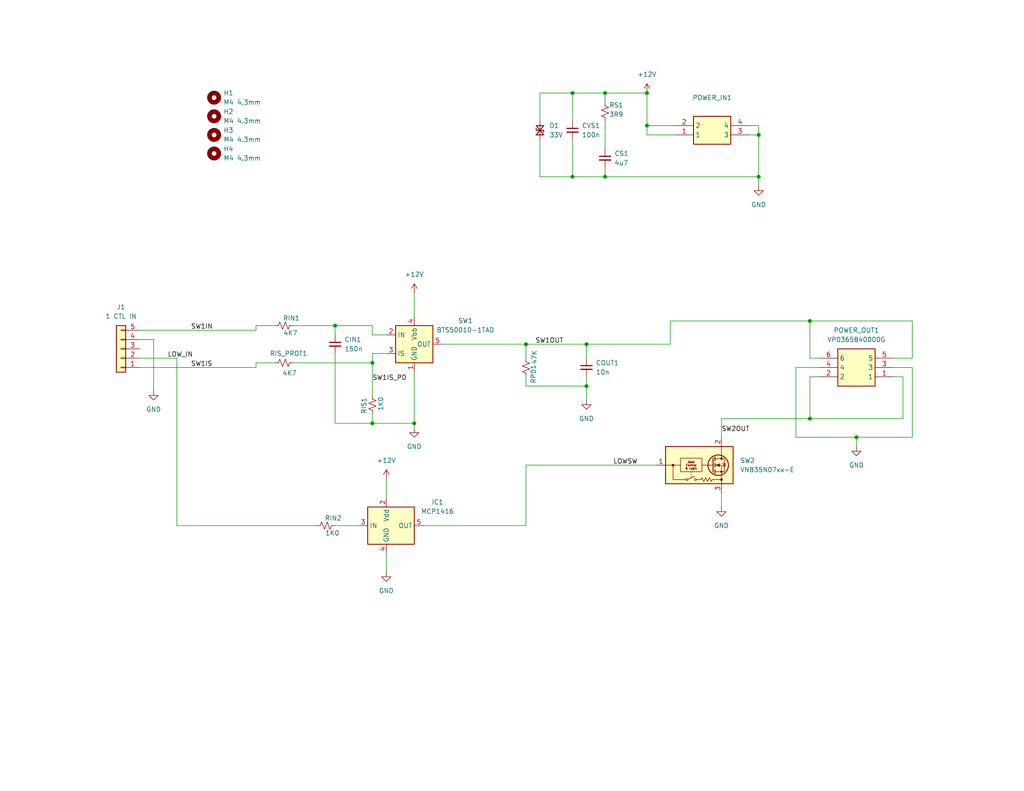
<source format=kicad_sch>
(kicad_sch (version 20250114) (generator "eeschema") (generator_version "9.0")
  (paper "USLetter")
  (title_block (title "High / Low Smart Switch") (date "2026-01-18") (rev "001") (company "Gordon McLellan"))
  (lib_symbols
    (symbol "Connector_Generic:Conn_01x05" (pin_names (offset 1.016) (hide yes))
      (property "Reference" "J" (at 0 7.62 0))
      (property "Value" "Conn_01x05" (at 0 -7.62 0))
      (symbol "Conn_01x05_1_1"
        (rectangle (start -1.27 6.35) (end 1.27 -6.35) (stroke (width 0.254)) (fill (type background)))
        (rectangle (start -1.27 5.207) (end 0 4.953) (stroke (width 0.1524)))
        (rectangle (start -1.27 2.667) (end 0 2.413) (stroke (width 0.1524)))
        (rectangle (start -1.27 0.127) (end 0 -0.127) (stroke (width 0.1524)))
        (rectangle (start -1.27 -2.413) (end 0 -2.667) (stroke (width 0.1524)))
        (rectangle (start -1.27 -4.953) (end 0 -5.207) (stroke (width 0.1524)))
        (pin passive line (at -5.08 5.08 0) (length 3.81) (name "Pin_1") (number "1"))
        (pin passive line (at -5.08 2.54 0) (length 3.81) (name "Pin_2") (number "2"))
        (pin passive line (at -5.08 0 0) (length 3.81) (name "Pin_3") (number "3"))
        (pin passive line (at -5.08 -2.54 0) (length 3.81) (name "Pin_4") (number "4"))
        (pin passive line (at -5.08 -5.08 0) (length 3.81) (name "Pin_5") (number "5"))
      )
    )
    (symbol "Device:C_Small" (pin_numbers (hide yes)) (pin_names (offset 0.254) (hide yes))
      (property "Reference" "C" (at 0.254 1.778 0))
      (property "Value" "C_Small" (at 0.254 -2.032 0))
      (symbol "C_Small_0_1"
        (polyline (pts (xy -1.524 0.508) (xy 1.524 0.508)) (stroke (width 0.3048)))
        (polyline (pts (xy -1.524 -0.508) (xy 1.524 -0.508)) (stroke (width 0.3302)))
      )
      (symbol "C_Small_1_1"
        (pin passive line (at 0 2.54 270) (length 2.032) (name "~") (number "1"))
        (pin passive line (at 0 -2.54 90) (length 2.032) (name "~") (number "2"))
      )
    )
    (symbol "Device:D_TVS_Small" (pin_numbers (hide yes)) (pin_names (offset 1.016) (hide yes))
      (property "Reference" "D" (at 0 2.54 0))
      (property "Value" "D_TVS_Small" (at 0 -2.54 0))
      (symbol "D_TVS_Small_0_1"
        (polyline (pts (xy -1.27 1.016) (xy -1.27 -1.016) (xy 1.27 1.016) (xy 1.27 -1.016) (xy -1.27 1.016)) (stroke (width 0.254)))
        (polyline (pts (xy -1.27 0) (xy 1.27 0)))
        (polyline (pts (xy 0.508 1.016) (xy 0 1.016) (xy 0 -1.016) (xy -0.508 -1.016)) (stroke (width 0.254)))
      )
      (symbol "D_TVS_Small_1_1"
        (pin passive line (at -2.54 0 0) (length 1.27) (name "A1") (number "1"))
        (pin passive line (at 2.54 0 180) (length 1.27) (name "A2") (number "2"))
      )
    )
    (symbol "Device:R_Small_US" (pin_numbers (hide yes)) (pin_names (offset 0.254) (hide yes))
      (property "Reference" "R" (at 0.762 0.508 0))
      (property "Value" "R_Small_US" (at 0.762 -1.016 0))
      (symbol "R_Small_US_1_1"
        (polyline (pts (xy 0 1.524) (xy 1.016 1.143) (xy 0 0.762) (xy -1.016 0.381) (xy 0 0)))
        (polyline (pts (xy 0 0) (xy 1.016 -0.381) (xy 0 -0.762) (xy -1.016 -1.143) (xy 0 -1.524)))
        (pin passive line (at 0 2.54 270) (length 1.016) (name "~") (number "1"))
        (pin passive line (at 0 -2.54 90) (length 1.016) (name "~") (number "2"))
      )
    )
    (symbol "Driver_FET:MCP1416"
      (property "Reference" "U" (at -5.08 6.35 0))
      (property "Value" "MCP1416" (at 1.27 6.35 0))
      (symbol "MCP1416_0_1"
        (rectangle (start -5.08 5.08) (end 7.62 -5.08) (stroke (width 0.254)) (fill (type background)))
      )
      (symbol "MCP1416_1_1"
        (pin input line (at -7.62 0 0) (length 2.54) (name "IN") (number "3"))
        (pin power_in line (at 0 7.62 270) (length 2.54) (name "Vdd") (number "2"))
        (pin power_in line (at 0 -7.62 90) (length 2.54) (name "GND") (number "4"))
        (pin no_connect line (at 7.62 -2.54 180) (length 2.54) (hide yes) (name "NC") (number "1"))
        (pin output line (at 10.16 0 180) (length 2.54) (name "OUT") (number "5"))
      )
    )
    (symbol "Mechanical:MountingHole" (pin_names (offset 1.016)) (in_bom no)
      (property "Reference" "H" (at 0 5.08 0))
      (property "Value" "MountingHole" (at 0 3.175 0))
      (symbol "MountingHole_0_1"
        (circle (center 0 0) (radius 1.27) (stroke (width 1.27)))
      )
    )
    (symbol "Power_Management:BTS50010-1TAD"
      (property "Reference" "U" (at -5.08 6.35 0))
      (property "Value" "BTS50010-1TAD" (at 8.89 6.35 0))
      (symbol "BTS50010-1TAD_0_1"
        (rectangle (start -5.08 5.08) (end 5.08 -5.08) (stroke (width 0.254)) (fill (type background)))
      )
      (symbol "BTS50010-1TAD_1_1"
        (pin input line (at -7.62 2.54 0) (length 2.54) (name "IN") (number "2"))
        (pin output line (at -7.62 -2.54 0) (length 2.54) (name "IS") (number "3"))
        (pin power_in line (at 0 7.62 270) (length 2.54) (name "Vbb") (number "4"))
        (pin power_in line (at 0 -7.62 90) (length 2.54) (name "GND") (number "1"))
        (pin passive line (at 7.62 0 180) (length 2.54) (name "OUT") (number "5"))
        (pin passive line (at 7.62 0 180) (length 2.54) (hide yes) (name "OUT") (number "6"))
        (pin passive line (at 7.62 0 180) (length 2.54) (hide yes) (name "OUT") (number "7"))
      )
    )
    (symbol "SamacSys_Parts:VP0265840000G"
      (property "Reference" "J" (at 16.51 7.62 0))
      (property "Value" "VP0265840000G" (at 16.51 5.08 0))
      (symbol "VP0265840000G_1_1"
        (rectangle (start 5.08 2.54) (end 15.24 -5.08) (stroke (width 0.254)) (fill (type background)))
        (pin passive line (at 0 0 0) (length 5.08) (name "2") (number "2"))
        (pin passive line (at 0 -2.54 0) (length 5.08) (name "1") (number "1"))
        (pin passive line (at 20.32 0 180) (length 5.08) (name "4") (number "4"))
        (pin passive line (at 20.32 -2.54 180) (length 5.08) (name "3") (number "3"))
      )
    )
    (symbol "SamacSys_Parts:VP0365840000G"
      (property "Reference" "J" (at 16.51 7.62 0))
      (property "Value" "VP0365840000G" (at 16.51 5.08 0))
      (symbol "VP0365840000G_1_1"
        (rectangle (start 5.08 2.54) (end 15.24 -7.62) (stroke (width 0.254)) (fill (type background)))
        (pin passive line (at 0 0 0) (length 5.08) (name "1") (number "1"))
        (pin passive line (at 0 -2.54 0) (length 5.08) (name "3") (number "3"))
        (pin passive line (at 0 -5.08 0) (length 5.08) (name "5") (number "5"))
        (pin passive line (at 20.32 0 180) (length 5.08) (name "2") (number "2"))
        (pin passive line (at 20.32 -2.54 180) (length 5.08) (name "4") (number "4"))
        (pin passive line (at 20.32 -5.08 180) (length 5.08) (name "6") (number "6"))
      )
    )
    (symbol "Transistor_FET_Other:VNB35N07xx-E" (pin_names (offset 0) (hide yes))
      (property "Reference" "Q" (at -17.78 9.398 0))
      (property "Value" "VNB35N07xx-E" (at -17.78 6.858 0))
      (symbol "VNB35N07xx-E_0_0"
        (polyline (pts (xy 0 2.667) (xy 0 5.08)))
        (polyline (pts (xy 0 -5.08) (xy 0 -2.667)))
      )
      (symbol "VNB35N07xx-E_0_1"
        (rectangle (start -15.24 5.08) (end 3.175 -5.08) (stroke (width 0.254)) (fill (type background)))
        (rectangle (start -11.176 1.905) (end -5.334 -1.778))
        (polyline (pts (xy -11.176 0) (xy -15.24 0)))
        (polyline (pts (xy -9.6774 -3.937) (xy -13.208 -3.937) (xy -13.208 0)))
        (circle (center -9.398 -3.937) (radius 0.254))
        (polyline (pts (xy -9.144 -3.81) (xy -7.2644 -2.9972)))
        (circle (center -7.112 -3.937) (radius 0.254))
        (polyline (pts (xy -5.588 -3.937) (xy -6.8326 -3.937)))
        (polyline (pts (xy -5.588 -3.937) (xy -5.334 -3.429) (xy -5.08 -3.937) (xy -4.826 -4.445) (xy -4.572 -3.937)))
        (polyline (pts (xy -5.334 0) (xy -2.286 0)))
        (polyline (pts (xy -4.572 -3.937) (xy -4.318 -3.429) (xy -4.064 -3.937) (xy -3.81 -4.445) (xy -3.556 -3.937)))
        (polyline (pts (xy -3.556 -3.937) (xy -3.302 -3.429) (xy -3.048 -3.937) (xy -2.794 -4.445) (xy -2.54 -3.937)))
        (polyline (pts (xy -2.286 1.905) (xy -2.286 -1.905)) (stroke (width 0.254)))
        (polyline (pts (xy -1.778 2.286) (xy -1.778 1.27)) (stroke (width 0.254)))
        (polyline (pts (xy -1.778 0.508) (xy -1.778 -0.508)) (stroke (width 0.254)))
        (polyline (pts (xy -1.778 -1.27) (xy -1.778 -2.286)) (stroke (width 0.254)))
        (polyline (pts (xy -1.778 -1.778) (xy 0.762 -1.778) (xy 0.762 1.778) (xy -1.778 1.778)))
        (polyline (pts (xy -1.524 0) (xy -0.508 0.381) (xy -0.508 -0.381) (xy -1.524 0)) (fill (type outline)))
        (circle (center -0.889 0) (radius 2.794) (stroke (width 0.254)))
        (polyline (pts (xy 0 2.54) (xy 0 1.778)))
        (circle (center 0 1.778) (radius 0.254) (fill (type outline)))
        (circle (center 0 -1.778) (radius 0.254) (fill (type outline)))
        (polyline (pts (xy 0 -2.54) (xy 0 0) (xy -1.778 0)))
        (polyline (pts (xy 0 -3.937) (xy -2.54 -3.937)))
        (polyline (pts (xy 0.254 0.508) (xy 0.381 0.381) (xy 1.143 0.381) (xy 1.27 0.254)))
        (polyline (pts (xy 0.762 0.381) (xy 0.381 -0.254) (xy 1.143 -0.254) (xy 0.762 0.381)))
      )
      (symbol "VNB35N07xx-E_1_1"
        (circle (center -13.208 0) (radius 0.2794) (fill (type outline)))
        (polyline (pts (xy -8.2804 -2.1082) (xy -8.2804 -1.8034)))
        (polyline (pts (xy -8.2804 -2.7432) (xy -8.2804 -2.4892)))
        (polyline (pts (xy -8.2804 -3.3782) (xy -8.2804 -3.1242)))
        (circle (center 0 -3.937) (radius 0.2794) (fill (type outline)))
        (text "Gate\nControl\n& Logic" (at -8.255 0 0) (effects (font (size 0.5334 0.5334))))
        (pin bidirectional line (at -17.78 0 0) (length 2.54) (name "INPUT") (number "1"))
        (pin passive line (at 0 7.62 270) (length 2.54) (name "DRAIN") (number "2"))
        (pin passive line (at 0 -7.62 90) (length 2.54) (name "SOURCE") (number "3"))
      )
    )
    (symbol "power:+12V" (power) (pin_numbers (hide yes)) (pin_names (offset 0) (hide yes))
      (property "Value" "+12V" (at 0 3.556 0))
      (symbol "+12V_0_1"
        (polyline (pts (xy -0.762 1.27) (xy 0 2.54)))
        (polyline (pts (xy 0 2.54) (xy 0.762 1.27)))
        (polyline (pts (xy 0 0) (xy 0 2.54)))
      )
      (symbol "+12V_1_1"
        (pin power_in line (at 0 0 90) (length 0) (name "~") (number "1"))
      )
    )
    (symbol "power:GND" (power) (pin_numbers (hide yes)) (pin_names (offset 0) (hide yes))
      (property "Value" "GND" (at 0 -3.81 0))
      (symbol "GND_0_1"
        (polyline (pts (xy 0 0) (xy 0 -1.27) (xy 1.27 -1.27) (xy 0 -2.54) (xy -1.27 -1.27) (xy 0 -1.27)))
      )
      (symbol "GND_1_1"
        (pin power_in line (at 0 0 270) (length 0) (name "~") (number "1"))
      )
    )
  )
  (junction (at 220.98 114.3))
  (junction (at 101.6 115.57))
  (junction (at 176.53 25.4))
  (junction (at 156.21 25.4))
  (junction (at 233.68 119.38))
  (junction (at 113.03 115.57))
  (junction (at 165.1 48.26))
  (junction (at 143.51 93.98))
  (junction (at 207.01 48.26))
  (junction (at 91.44 88.9))
  (junction (at 207.01 36.83))
  (junction (at 160.02 105.41))
  (junction (at 176.53 34.29))
  (junction (at 101.6 99.06))
  (junction (at 160.02 93.98))
  (junction (at 156.21 48.26))
  (junction (at 220.98 87.63))
  (junction (at 165.1 25.4))
  (wire (pts (xy 105.41 130.81) (xy 105.41 135.89)))
  (wire (pts (xy 165.1 48.26) (xy 207.01 48.26)))
  (wire (pts (xy 38.1 92.71) (xy 41.91 92.71)))
  (wire (pts (xy 196.85 114.3) (xy 196.85 119.38)))
  (wire (pts (xy 143.51 143.51) (xy 143.51 127)))
  (wire (pts (xy 204.47 36.83) (xy 207.01 36.83)))
  (wire (pts (xy 143.51 127) (xy 179.07 127)))
  (wire (pts (xy 248.92 87.63) (xy 248.92 97.79)))
  (wire (pts (xy 165.1 25.4) (xy 176.53 25.4)))
  (wire (pts (xy 91.44 88.9) (xy 91.44 91.44)))
  (wire (pts (xy 101.6 96.52) (xy 105.41 96.52)))
  (wire (pts (xy 48.26 143.51) (xy 86.36 143.51)))
  (wire (pts (xy 69.85 99.06) (xy 69.85 100.33)))
  (wire (pts (xy 160.02 102.87) (xy 160.02 105.41)))
  (wire (pts (xy 147.32 48.26) (xy 156.21 48.26)))
  (wire (pts (xy 147.32 25.4) (xy 156.21 25.4)))
  (wire (pts (xy 217.17 119.38) (xy 233.68 119.38)))
  (wire (pts (xy 80.01 99.06) (xy 101.6 99.06)))
  (wire (pts (xy 243.84 100.33) (xy 248.92 100.33)))
  (wire (pts (xy 101.6 99.06) (xy 101.6 96.52)))
  (wire (pts (xy 48.26 97.79) (xy 48.26 143.51)))
  (wire (pts (xy 176.53 25.4) (xy 176.53 34.29)))
  (wire (pts (xy 246.38 114.3) (xy 246.38 102.87)))
  (wire (pts (xy 38.1 90.17) (xy 69.85 90.17)))
  (wire (pts (xy 176.53 34.29) (xy 184.15 34.29)))
  (wire (pts (xy 74.93 99.06) (xy 69.85 99.06)))
  (wire (pts (xy 160.02 105.41) (xy 160.02 109.22)))
  (wire (pts (xy 120.65 93.98) (xy 143.51 93.98)))
  (wire (pts (xy 147.32 25.4) (xy 147.32 33.02)))
  (wire (pts (xy 115.57 143.51) (xy 143.51 143.51)))
  (wire (pts (xy 176.53 34.29) (xy 176.53 36.83)))
  (wire (pts (xy 101.6 113.03) (xy 101.6 115.57)))
  (wire (pts (xy 143.51 105.41) (xy 160.02 105.41)))
  (wire (pts (xy 113.03 115.57) (xy 113.03 116.84)))
  (wire (pts (xy 165.1 45.72) (xy 165.1 48.26)))
  (wire (pts (xy 165.1 33.02) (xy 165.1 40.64)))
  (wire (pts (xy 156.21 48.26) (xy 165.1 48.26)))
  (wire (pts (xy 243.84 97.79) (xy 248.92 97.79)))
  (wire (pts (xy 176.53 36.83) (xy 184.15 36.83)))
  (wire (pts (xy 69.85 100.33) (xy 38.1 100.33)))
  (wire (pts (xy 113.03 101.6) (xy 113.03 115.57)))
  (wire (pts (xy 160.02 93.98) (xy 182.88 93.98)))
  (wire (pts (xy 220.98 102.87) (xy 220.98 114.3)))
  (wire (pts (xy 182.88 87.63) (xy 220.98 87.63)))
  (wire (pts (xy 156.21 38.1) (xy 156.21 48.26)))
  (wire (pts (xy 220.98 97.79) (xy 223.52 97.79)))
  (wire (pts (xy 207.01 48.26) (xy 207.01 50.8)))
  (wire (pts (xy 182.88 87.63) (xy 182.88 93.98)))
  (wire (pts (xy 143.51 93.98) (xy 143.51 97.79)))
  (wire (pts (xy 233.68 119.38) (xy 248.92 119.38)))
  (wire (pts (xy 196.85 114.3) (xy 220.98 114.3)))
  (wire (pts (xy 80.01 88.9) (xy 91.44 88.9)))
  (wire (pts (xy 217.17 100.33) (xy 217.17 119.38)))
  (wire (pts (xy 207.01 34.29) (xy 204.47 34.29)))
  (wire (pts (xy 196.85 134.62) (xy 196.85 138.43)))
  (wire (pts (xy 105.41 151.13) (xy 105.41 156.21)))
  (wire (pts (xy 101.6 91.44) (xy 105.41 91.44)))
  (wire (pts (xy 38.1 97.79) (xy 48.26 97.79)))
  (wire (pts (xy 101.6 115.57) (xy 91.44 115.57)))
  (wire (pts (xy 69.85 90.17) (xy 69.85 88.9)))
  (wire (pts (xy 220.98 87.63) (xy 248.92 87.63)))
  (wire (pts (xy 41.91 92.71) (xy 41.91 106.68)))
  (wire (pts (xy 248.92 119.38) (xy 248.92 100.33)))
  (wire (pts (xy 143.51 102.87) (xy 143.51 105.41)))
  (wire (pts (xy 207.01 36.83) (xy 207.01 34.29)))
  (wire (pts (xy 220.98 102.87) (xy 223.52 102.87)))
  (wire (pts (xy 91.44 143.51) (xy 97.79 143.51)))
  (wire (pts (xy 207.01 36.83) (xy 207.01 48.26)))
  (wire (pts (xy 147.32 38.1) (xy 147.32 48.26)))
  (wire (pts (xy 91.44 115.57) (xy 91.44 96.52)))
  (wire (pts (xy 69.85 88.9) (xy 74.93 88.9)))
  (wire (pts (xy 243.84 102.87) (xy 246.38 102.87)))
  (wire (pts (xy 143.51 93.98) (xy 160.02 93.98)))
  (wire (pts (xy 165.1 25.4) (xy 165.1 27.94)))
  (wire (pts (xy 101.6 88.9) (xy 101.6 91.44)))
  (wire (pts (xy 156.21 25.4) (xy 165.1 25.4)))
  (wire (pts (xy 220.98 114.3) (xy 246.38 114.3)))
  (wire (pts (xy 217.17 100.33) (xy 223.52 100.33)))
  (wire (pts (xy 233.68 119.38) (xy 233.68 121.92)))
  (wire (pts (xy 91.44 88.9) (xy 101.6 88.9)))
  (wire (pts (xy 160.02 93.98) (xy 160.02 97.79)))
  (wire (pts (xy 220.98 97.79) (xy 220.98 87.63)))
  (wire (pts (xy 101.6 99.06) (xy 101.6 107.95)))
  (wire (pts (xy 113.03 80.01) (xy 113.03 86.36)))
  (wire (pts (xy 156.21 25.4) (xy 156.21 33.02)))
  (wire (pts (xy 101.6 115.57) (xy 113.03 115.57)))
  (label "SW1OUT" (at 146.05 93.98 0))
  (label "SW1IS_PD" (at 101.6 104.14 0))
  (label "SW2OUT" (at 196.85 118.11 0))
  (label "LOWSW" (at 173.99 127 180))
  (label "LOW_IN" (at 45.72 97.79 0))
  (label "SW1IN" (at 52.07 90.17 0))
  (label "SW1IS" (at 52.07 100.33 0))
  (symbol (lib_id "Mechanical:MountingHole") (at 58.42 41.91 0) (unit 1) (in_bom no)
    (property "Reference" "H4" (at 60.96 40.6399 0) (effects (justify left)))
    (property "Value" "M4 4.3mm" (at 60.96 43.1799 0) (effects (justify left)))
    (property "Footprint" "MountingHole:MountingHole_4.3mm_M4" (effects (hide yes)))
    (property "Description" "Mounting Hole without connection" (effects (hide yes)))
  )
  (symbol (lib_id "Driver_FET:MCP1416") (at 105.41 143.51 0) (unit 1)
    (property "Reference" "IC1" (at 119.38 137.0898 0))
    (property "Value" "MCP1416" (at 119.38 139.6298 0))
    (property "Footprint" "Package_TO_SOT_SMD:SOT-23-5" (effects (hide yes)))
    (property "Datasheet" "http://ww1.microchip.com/downloads/en/DeviceDoc/20002092F.pdf" (effects (hide yes)))
    (property "Description" "1.5A High speed power MOSFET driver with non-inverting output, SOT-23-5" (effects (hide yes)))
  )
  (symbol (lib_id "Connector_Generic:Conn_01x05") (at 33.02 95.25 180) (unit 1)
    (property "Reference" "J1" (at 33.02 83.82 0))
    (property "Value" "1 CTL IN" (at 33.02 86.36 0))
    (property "Footprint" "Connector_PinHeader_2.54mm:PinHeader_1x05_P2.54mm_Horizontal" (effects (hide yes)))
    (property "Description" "Generic connector, single row, 01x05, script generated (kicad-library-utils/schlib/autogen/connector/)" (effects (hide yes)))
  )
  (symbol (lib_id "Device:R_Small_US") (at 88.9 143.51 90) (unit 1)
    (property "Reference" "RIN2" (at 90.932 141.478 90))
    (property "Value" "1K0" (at 90.678 145.542 90))
    (property "Footprint" "Resistor_SMD:R_0603_1608Metric_Pad0.98x0.95mm_HandSolder" (effects (hide yes)))
    (property "Description" "Resistor, small US symbol" (effects (hide yes)))
  )
  (symbol (lib_id "power:+12V") (at 176.53 25.4 0) (unit 1)
    (property "Reference" "#PWR010" (effects (hide yes)))
    (property "Value" "+12V" (at 176.53 20.32 0))
    (property "Description" "Power symbol creates a global label with name \"+12V\"" (effects (hide yes)))
  )
  (symbol (lib_id "Device:R_Small_US") (at 101.6 110.49 180) (unit 1)
    (property "Reference" "RIS1" (at 99.314 110.744 90))
    (property "Value" "1K0" (at 103.886 110.236 90))
    (property "Footprint" "Resistor_SMD:R_0603_1608Metric_Pad0.98x0.95mm_HandSolder" (effects (hide yes)))
    (property "Description" "Resistor, small US symbol" (effects (hide yes)))
  )
  (symbol (lib_id "power:GND") (at 233.68 121.92 0) (unit 1)
    (property "Reference" "#PWR07" (effects (hide yes)))
    (property "Value" "GND" (at 233.68 127 0))
    (property "Description" "Power symbol creates a global label with name \"GND\" , ground" (effects (hide yes)))
  )
  (symbol (lib_id "Mechanical:MountingHole") (at 58.42 31.75 0) (unit 1) (in_bom no)
    (property "Reference" "H2" (at 60.96 30.4799 0) (effects (justify left)))
    (property "Value" "M4 4.3mm" (at 60.96 33.0199 0) (effects (justify left)))
    (property "Footprint" "MountingHole:MountingHole_4.3mm_M4" (effects (hide yes)))
    (property "Description" "Mounting Hole without connection" (effects (hide yes)))
  )
  (symbol (lib_id "Device:C_Small") (at 160.02 100.33 0) (unit 1)
    (property "Reference" "COUT1" (at 162.56 99.0662 0) (effects (justify left)))
    (property "Value" "10n" (at 162.56 101.6062 0) (effects (justify left)))
    (property "Footprint" "Capacitor_SMD:C_0603_1608Metric_Pad1.08x0.95mm_HandSolder" (effects (hide yes)))
    (property "Description" "Unpolarized capacitor, small symbol" (effects (hide yes)))
  )
  (symbol (lib_id "Power_Management:BTS50010-1TAD") (at 113.03 93.98 0) (unit 1)
    (property "Reference" "SW1" (at 127 87.5598 0))
    (property "Value" "BTS50010-1TAD" (at 127 90.0998 0))
    (property "Footprint" "Package_TO_SOT_SMD:TO-263-7_TabPin4" (effects (hide yes)))
    (property "Datasheet" "https://www.infineon.com/dgdl/Infineon-BTS50010-1TAD-DS-v01_00-EN.pdf?fileId=5546d462576f34750157c38810ca55cd" (effects (hide yes)))
    (property "Description" "Smart High-Side Power Switch, PROFET, Single, 1mOhm, 40A, 18V, TO-263-7" (effects (hide yes)))
  )
  (symbol (lib_id "Device:R_Small_US") (at 165.1 30.48 180) (unit 1)
    (property "Reference" "RS1" (at 168.148 28.702 0))
    (property "Value" "3R9" (at 168.148 31.242 0))
    (property "Footprint" "Resistor_SMD:R_0603_1608Metric_Pad0.98x0.95mm_HandSolder" (effects (hide yes)))
    (property "Description" "Resistor, small US symbol" (effects (hide yes)))
  )
  (symbol (lib_id "SamacSys_Parts:VP0265840000G") (at 184.15 34.29 0) (unit 1)
    (property "Reference" "POWER_IN1" (at 194.31 26.67 0))
    (property "Value" "PWRIN" (effects (hide yes)))
    (property "Footprint" "VP0265840000G" (effects (hide yes)))
    (property "Description" "PCB TERMINAL BLOCKS RISING CLAMP" (effects (hide yes)))
    (property "Height" "28.65" (effects (hide yes)))
    (property "Mouser Part Number" "649-VP02658400J0G" (effects (hide yes)))
    (property "Mouser Price/Stock" "https://www.mouser.co.uk/ProductDetail/Amphenol-Anytek/VP0265840000G?qs=Mv7BduZupUiuXKFvj82fng%3D%3D" (effects (hide yes)))
    (property "Manufacturer_Name" "Amphenol" (effects (hide yes)))
    (property "Manufacturer_Part_Number" "VP0265840000G" (effects (hide yes)))
  )
  (symbol (lib_id "Transistor_FET_Other:VNB35N07xx-E") (at 196.85 127 0) (unit 1)
    (property "Reference" "SW2" (at 201.93 125.7299 0) (effects (justify left)))
    (property "Value" "VNB35N07xx-E" (at 201.93 128.2699 0) (effects (justify left)))
    (property "Footprint" "Package_TO_SOT_SMD:TO-263-2" (effects (hide yes)))
    (property "Datasheet" "https://www.st.com/resource/en/datasheet/vnp35n07-e.pdf" (effects (hide yes)))
    (property "Description" "Fully autoprotected Power MOSFET, OMNIFET, 35A Ilim, 70V Vclamp, 0.028 ohms Rds(on), diagnostic/fault feedback, TO-263-2 (D2PAK)" (effects (hide yes)))
  )
  (symbol (lib_id "Device:R_Small_US") (at 77.47 99.06 90) (unit 1)
    (property "Reference" "RIS_PROT1" (at 78.74 96.52 90))
    (property "Value" "4K7" (at 78.994 101.854 90))
    (property "Footprint" "Resistor_SMD:R_0603_1608Metric_Pad0.98x0.95mm_HandSolder" (effects (hide yes)))
    (property "Description" "Resistor, small US symbol" (effects (hide yes)))
  )
  (symbol (lib_id "Mechanical:MountingHole") (at 58.42 36.83 0) (unit 1) (in_bom no)
    (property "Reference" "H3" (at 60.96 35.5599 0) (effects (justify left)))
    (property "Value" "M4 4.3mm" (at 60.96 38.0999 0) (effects (justify left)))
    (property "Footprint" "MountingHole:MountingHole_4.3mm_M4" (effects (hide yes)))
    (property "Description" "Mounting Hole without connection" (effects (hide yes)))
  )
  (symbol (lib_id "power:GND") (at 105.41 156.21 0) (unit 1)
    (property "Reference" "#PWR04" (effects (hide yes)))
    (property "Value" "GND" (at 105.41 161.29 0))
    (property "Description" "Power symbol creates a global label with name \"GND\" , ground" (effects (hide yes)))
  )
  (symbol (lib_id "power:GND") (at 196.85 138.43 0) (unit 1)
    (property "Reference" "#PWR01" (effects (hide yes)))
    (property "Value" "GND" (at 196.85 143.51 0))
    (property "Description" "Power symbol creates a global label with name \"GND\" , ground" (effects (hide yes)))
  )
  (symbol (lib_id "Device:R_Small_US") (at 77.47 88.9 90) (unit 1)
    (property "Reference" "RIN1" (at 79.502 86.868 90))
    (property "Value" "4K7" (at 79.248 90.932 90))
    (property "Footprint" "Resistor_SMD:R_0603_1608Metric_Pad0.98x0.95mm_HandSolder" (effects (hide yes)))
    (property "Description" "Resistor, small US symbol" (effects (hide yes)))
  )
  (symbol (lib_id "Device:C_Small") (at 165.1 43.18 0) (unit 1)
    (property "Reference" "CS1" (at 167.64 41.9162 0) (effects (justify left)))
    (property "Value" "4u7" (at 167.64 44.4562 0) (effects (justify left)))
    (property "Footprint" "Capacitor_SMD:C_0603_1608Metric_Pad1.08x0.95mm_HandSolder" (effects (hide yes)))
    (property "Description" "Unpolarized capacitor, small symbol" (effects (hide yes)))
  )
  (symbol (lib_id "Mechanical:MountingHole") (at 58.42 26.67 0) (unit 1) (in_bom no)
    (property "Reference" "H1" (at 60.96 25.3999 0) (effects (justify left)))
    (property "Value" "M4 4.3mm" (at 60.96 27.9399 0) (effects (justify left)))
    (property "Footprint" "MountingHole:MountingHole_4.3mm_M4" (effects (hide yes)))
    (property "Description" "Mounting Hole without connection" (effects (hide yes)))
  )
  (symbol (lib_id "power:GND") (at 160.02 109.22 0) (unit 1)
    (property "Reference" "#PWR06" (effects (hide yes)))
    (property "Value" "GND" (at 160.02 114.3 0))
    (property "Description" "Power symbol creates a global label with name \"GND\" , ground" (effects (hide yes)))
  )
  (symbol (lib_id "Device:D_TVS_Small") (at 147.32 35.56 90) (unit 1)
    (property "Reference" "D1" (at 149.86 34.2899 90) (effects (justify right)))
    (property "Value" "33V" (at 149.86 36.8299 90) (effects (justify right)))
    (property "Footprint" "Diode_SMD:D_SMA_Handsoldering" (effects (hide yes)))
    (property "Description" "Bidirectional transient-voltage-suppression diode, small symbol" (effects (hide yes)))
  )
  (symbol (lib_id "power:GND") (at 113.03 116.84 0) (unit 1)
    (property "Reference" "#PWR02" (effects (hide yes)))
    (property "Value" "GND" (at 113.03 121.92 0))
    (property "Description" "Power symbol creates a global label with name \"GND\" , ground" (effects (hide yes)))
  )
  (symbol (lib_id "Device:C_Small") (at 91.44 93.98 0) (unit 1)
    (property "Reference" "CIN1" (at 93.98 92.7162 0) (effects (justify left)))
    (property "Value" "150n" (at 93.98 95.2562 0) (effects (justify left)))
    (property "Footprint" "Capacitor_SMD:C_0603_1608Metric_Pad1.08x0.95mm_HandSolder" (effects (hide yes)))
    (property "Description" "Unpolarized capacitor, small symbol" (effects (hide yes)))
  )
  (symbol (lib_id "SamacSys_Parts:VP0365840000G") (at 243.84 102.87 180) (unit 1)
    (property "Reference" "POWER_OUT1" (at 233.68 90.17 0))
    (property "Value" "VP0365840000G" (at 233.68 92.71 0))
    (property "Footprint" "VP0365840000G" (effects (hide yes)))
    (property "Datasheet" "https://www.mouser.ca/ProductDetail/Amphenol-Anytek/VP0365840000G?qs=Mv7BduZupUgzoCVpYg1nQw%3D%3D" (effects (hide yes)))
    (property "Description" "3 Position Wire to Board Terminal Block Horizontal with Board 0.400\" (10.16mm) Through Hole" (effects (hide yes)))
    (property "Height" "28.8" (effects (hide yes)))
    (property "Mouser Part Number" "649-VP03658400J0G" (effects (hide yes)))
    (property "Mouser Price/Stock" "https://www.mouser.co.uk/ProductDetail/Amphenol-Anytek/VP0365840000G?qs=Mv7BduZupUgzoCVpYg1nQw%3D%3D" (effects (hide yes)))
    (property "Manufacturer_Name" "Amphenol" (effects (hide yes)))
    (property "Manufacturer_Part_Number" "VP0365840000G" (effects (hide yes)))
  )
  (symbol (lib_id "Device:C_Small") (at 156.21 35.56 0) (unit 1)
    (property "Reference" "CVS1" (at 158.75 34.2962 0) (effects (justify left)))
    (property "Value" "100n" (at 158.75 36.8362 0) (effects (justify left)))
    (property "Footprint" "Capacitor_SMD:C_0603_1608Metric_Pad1.08x0.95mm_HandSolder" (effects (hide yes)))
    (property "Description" "Unpolarized capacitor, small symbol" (effects (hide yes)))
  )
  (symbol (lib_id "power:+12V") (at 113.03 80.01 0) (unit 1)
    (property "Reference" "#PWR03" (effects (hide yes)))
    (property "Value" "+12V" (at 113.03 74.93 0))
    (property "Description" "Power symbol creates a global label with name \"+12V\"" (effects (hide yes)))
  )
  (symbol (lib_id "power:GND") (at 41.91 106.68 0) (unit 1)
    (property "Reference" "#PWR08" (effects (hide yes)))
    (property "Value" "GND" (at 41.91 111.76 0))
    (property "Description" "Power symbol creates a global label with name \"GND\" , ground" (effects (hide yes)))
  )
  (symbol (lib_id "power:+12V") (at 105.41 130.81 0) (unit 1)
    (property "Reference" "#PWR05" (effects (hide yes)))
    (property "Value" "+12V" (at 105.41 125.73 0))
    (property "Description" "Power symbol creates a global label with name \"+12V\"" (effects (hide yes)))
  )
  (symbol (lib_id "Device:R_Small_US") (at 143.51 100.33 180) (unit 1)
    (property "Reference" "RPD1" (at 145.542 102.108 90))
    (property "Value" "47K" (at 145.796 97.536 90))
    (property "Footprint" "Resistor_SMD:R_0603_1608Metric_Pad0.98x0.95mm_HandSolder" (effects (hide yes)))
    (property "Description" "Resistor, small US symbol" (effects (hide yes)))
  )
  (symbol (lib_id "power:GND") (at 207.01 50.8 0) (unit 1)
    (property "Reference" "#PWR09" (effects (hide yes)))
    (property "Value" "GND" (at 207.01 55.88 0))
    (property "Description" "Power symbol creates a global label with name \"GND\" , ground" (effects (hide yes)))
  )
)
</source>
